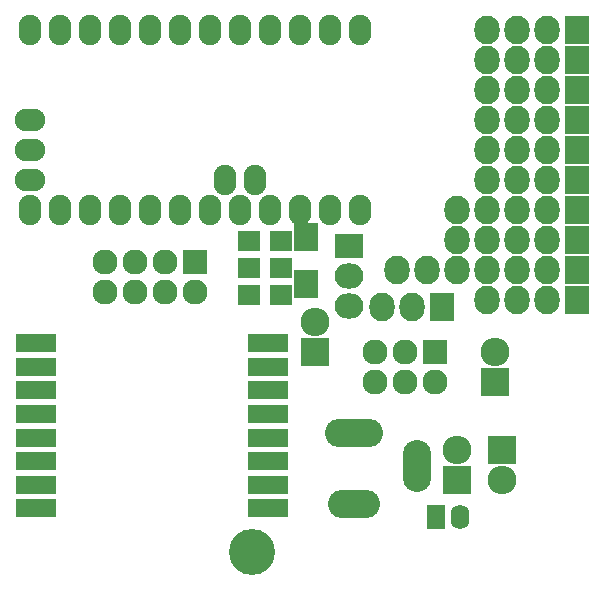
<source format=gbr>
G04 #@! TF.FileFunction,Soldermask,Top*
%FSLAX46Y46*%
G04 Gerber Fmt 4.6, Leading zero omitted, Abs format (unit mm)*
G04 Created by KiCad (PCBNEW 0.201504261001+5623~23~ubuntu14.04.1-product) date Tue 28 Apr 2015 10:41:39 AM CEST*
%MOMM*%
G01*
G04 APERTURE LIST*
%ADD10C,0.100000*%
%ADD11R,2.432000X2.432000*%
%ADD12O,2.432000X2.432000*%
%ADD13O,1.901140X2.599640*%
%ADD14O,2.599640X1.901140*%
%ADD15R,2.000000X2.400000*%
%ADD16O,2.398980X4.400500*%
%ADD17O,4.400500X2.398980*%
%ADD18O,4.900880X2.398980*%
%ADD19R,1.598880X2.099260*%
%ADD20O,1.598880X2.099260*%
%ADD21R,2.127200X2.432000*%
%ADD22O,2.127200X2.432000*%
%ADD23R,1.900000X1.700000*%
%ADD24C,3.900120*%
%ADD25R,2.127200X2.127200*%
%ADD26O,2.127200X2.127200*%
%ADD27R,2.432000X2.127200*%
%ADD28O,2.432000X2.127200*%
%ADD29R,3.400000X1.600000*%
G04 APERTURE END LIST*
D10*
D11*
X38100000Y-40005000D03*
D12*
X38100000Y-37465000D03*
D13*
X29845000Y-1905000D03*
X27305000Y-1905000D03*
X24765000Y-1905000D03*
X22225000Y-1905000D03*
X19685000Y-1905000D03*
X17145000Y-1905000D03*
X14605000Y-1905000D03*
X12065000Y-1905000D03*
X9525000Y-1905000D03*
X6985000Y-1905000D03*
X4445000Y-1905000D03*
X1905000Y-1905000D03*
X1905000Y-17145000D03*
X4445000Y-17145000D03*
X6985000Y-17145000D03*
X9525000Y-17145000D03*
X12065000Y-17145000D03*
X14605000Y-17145000D03*
X17145000Y-17145000D03*
X19685000Y-17145000D03*
X22225000Y-17145000D03*
X24765000Y-17145000D03*
X27305000Y-17145000D03*
X29845000Y-17145000D03*
X18415000Y-14605000D03*
X20955000Y-14605000D03*
D14*
X1905000Y-14605000D03*
X1905000Y-12065000D03*
X1905000Y-9525000D03*
D15*
X25273000Y-23463000D03*
X25273000Y-19463000D03*
D11*
X26035000Y-29210000D03*
D12*
X26035000Y-26670000D03*
D16*
X34653980Y-38832280D03*
D17*
X29353000Y-42083480D03*
D18*
X29353000Y-36081460D03*
D19*
X36337240Y-43180000D03*
D20*
X38338760Y-43180000D03*
D11*
X41275000Y-31750000D03*
D12*
X41275000Y-29210000D03*
D11*
X41910000Y-37465000D03*
D12*
X41910000Y-40005000D03*
D21*
X48260000Y-1905000D03*
D22*
X45720000Y-1905000D03*
X43180000Y-1905000D03*
X40640000Y-1905000D03*
D21*
X48260000Y-4445000D03*
D22*
X45720000Y-4445000D03*
X43180000Y-4445000D03*
X40640000Y-4445000D03*
D21*
X48260000Y-12065000D03*
D22*
X45720000Y-12065000D03*
X43180000Y-12065000D03*
X40640000Y-12065000D03*
D23*
X23194000Y-19812000D03*
X20494000Y-19812000D03*
X20494000Y-24384000D03*
X23194000Y-24384000D03*
X20494000Y-22098000D03*
X23194000Y-22098000D03*
D24*
X20701000Y-46126400D03*
D21*
X48260000Y-9525000D03*
D22*
X45720000Y-9525000D03*
X43180000Y-9525000D03*
X40640000Y-9525000D03*
D21*
X48260000Y-6985000D03*
D22*
X45720000Y-6985000D03*
X43180000Y-6985000D03*
X40640000Y-6985000D03*
D21*
X48260000Y-14605000D03*
D22*
X45720000Y-14605000D03*
X43180000Y-14605000D03*
X40640000Y-14605000D03*
D21*
X48260000Y-17145000D03*
D22*
X45720000Y-17145000D03*
X43180000Y-17145000D03*
X40640000Y-17145000D03*
X38100000Y-17145000D03*
D21*
X48260000Y-19685000D03*
D22*
X45720000Y-19685000D03*
X43180000Y-19685000D03*
X40640000Y-19685000D03*
X38100000Y-19685000D03*
D21*
X48260000Y-22225000D03*
D22*
X45720000Y-22225000D03*
X43180000Y-22225000D03*
X40640000Y-22225000D03*
X38100000Y-22225000D03*
X35560000Y-22225000D03*
X33020000Y-22225000D03*
D21*
X48260000Y-24765000D03*
D22*
X45720000Y-24765000D03*
X43180000Y-24765000D03*
X40640000Y-24765000D03*
D25*
X36195000Y-29210000D03*
D26*
X36195000Y-31750000D03*
X33655000Y-29210000D03*
X33655000Y-31750000D03*
X31115000Y-29210000D03*
X31115000Y-31750000D03*
D21*
X36830000Y-25400000D03*
D22*
X34290000Y-25400000D03*
X31750000Y-25400000D03*
D27*
X28956000Y-20193000D03*
D28*
X28956000Y-22733000D03*
X28956000Y-25273000D03*
D26*
X8255000Y-21590000D03*
X8255000Y-24130000D03*
X10795000Y-21590000D03*
X10795000Y-24130000D03*
X13335000Y-21590000D03*
X13335000Y-24130000D03*
D25*
X15875000Y-21590000D03*
D26*
X15875000Y-24130000D03*
D29*
X2410000Y-28448000D03*
X2410000Y-30448000D03*
X2410000Y-32448000D03*
X2410000Y-34448000D03*
X2410000Y-36448000D03*
X2410000Y-38448000D03*
X2410000Y-40448000D03*
X2410000Y-42448000D03*
X22110000Y-42448000D03*
X22110000Y-40448000D03*
X22110000Y-38448000D03*
X22110000Y-36448000D03*
X22110000Y-34448000D03*
X22110000Y-32448000D03*
X22110000Y-30448000D03*
X22110000Y-28448000D03*
M02*

</source>
